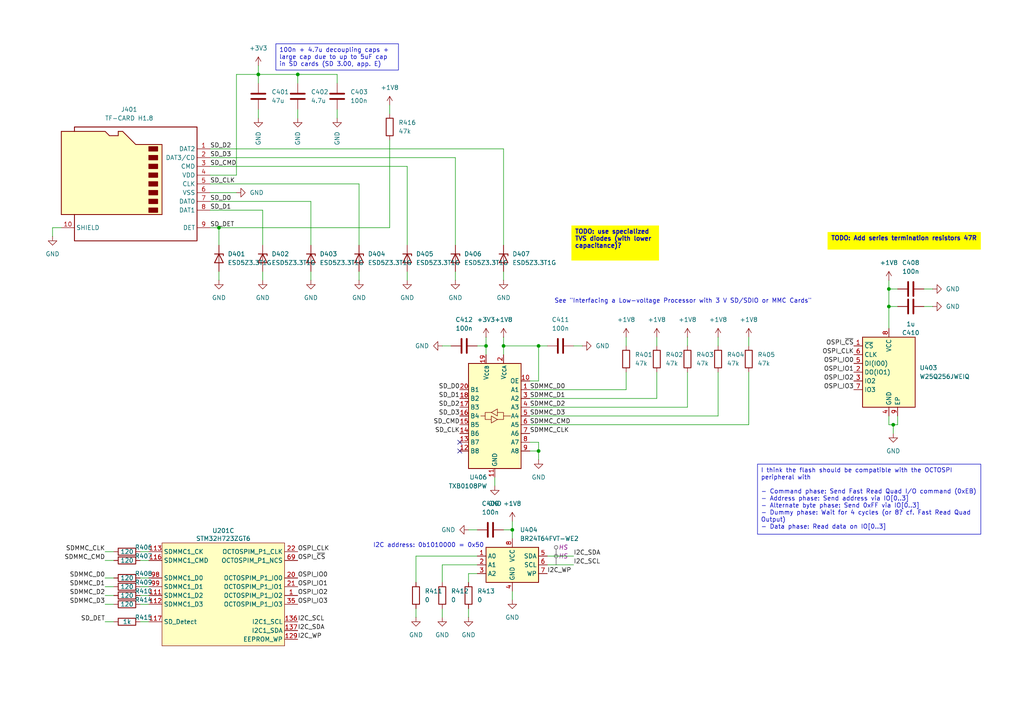
<source format=kicad_sch>
(kicad_sch (version 20231120) (generator "eeschema") (generator_version "8.0")
  (paper "A4")
  (lib_symbols
    (symbol "Connector:Micro_SD_Card_Det1"
      (property "Reference" "J" (at -16.51 17.78 0))
      (property "Value" "Micro_SD_Card_Det1" (at 16.51 17.78 0))
      (symbol "Micro_SD_Card_Det1_0_1"
        (rectangle (start -7.62 -6.985) (end -5.08 -8.255) (stroke (width 0.254)) (fill (type outline)))
        (rectangle (start -7.62 -4.445) (end -5.08 -5.715) (stroke (width 0.254)) (fill (type outline)))
        (rectangle (start -7.62 -1.905) (end -5.08 -3.175) (stroke (width 0.254)) (fill (type outline)))
        (rectangle (start -7.62 0.635) (end -5.08 -0.635) (stroke (width 0.254)) (fill (type outline)))
        (rectangle (start -7.62 3.175) (end -5.08 1.905) (stroke (width 0.254)) (fill (type outline)))
        (rectangle (start -7.62 5.715) (end -5.08 4.445) (stroke (width 0.254)) (fill (type outline)))
        (rectangle (start -7.62 8.255) (end -5.08 6.985) (stroke (width 0.254)) (fill (type outline)))
        (rectangle (start -7.62 10.795) (end -5.08 9.525) (stroke (width 0.254)) (fill (type outline)))
        (polyline (pts (xy 16.51 15.24) (xy 16.51 16.51) (xy -19.05 16.51) (xy -19.05 -16.51) (xy 16.51 -16.51) (xy 16.51 -8.89)) (stroke (width 0.254)))
        (polyline (pts (xy -8.89 -8.89) (xy -8.89 11.43) (xy -1.27 11.43) (xy 2.54 15.24) (xy 3.81 15.24) (xy 3.81 13.97) (xy 6.35 13.97) (xy 7.62 15.24) (xy 20.32 15.24) (xy 20.32 -8.89) (xy -8.89 -8.89)) (stroke (width 0.254)) (fill (type background)))
      )
      (symbol "Micro_SD_Card_Det1_1_1"
        (pin bidirectional line (at -22.86 10.16 0) (length 3.81) (name "DAT2") (number "1"))
        (pin passive line (at 20.32 -12.7 180) (length 3.81) (name "SHIELD") (number "10"))
        (pin bidirectional line (at -22.86 7.62 0) (length 3.81) (name "DAT3/CD") (number "2"))
        (pin input line (at -22.86 5.08 0) (length 3.81) (name "CMD") (number "3"))
        (pin power_in line (at -22.86 2.54 0) (length 3.81) (name "VDD") (number "4"))
        (pin input line (at -22.86 0 0) (length 3.81) (name "CLK") (number "5"))
        (pin power_in line (at -22.86 -2.54 0) (length 3.81) (name "VSS") (number "6"))
        (pin bidirectional line (at -22.86 -5.08 0) (length 3.81) (name "DAT0") (number "7"))
        (pin bidirectional line (at -22.86 -7.62 0) (length 3.81) (name "DAT1") (number "8"))
        (pin passive line (at -22.86 -12.7 0) (length 3.81) (name "DET") (number "9"))
      )
    )
    (symbol "Device:C" (pin_numbers hide) (pin_names (offset 0.254))
      (property "Reference" "C" (at 0.635 2.54 0))
      (property "Value" "C" (at 0.635 -2.54 0))
      (symbol "C_0_1"
        (polyline (pts (xy -2.032 -0.762) (xy 2.032 -0.762)) (stroke (width 0.508)))
        (polyline (pts (xy -2.032 0.762) (xy 2.032 0.762)) (stroke (width 0.508)))
      )
      (symbol "C_1_1"
        (pin passive line (at 0 3.81 270) (length 2.794) (name "~") (number "1"))
        (pin passive line (at 0 -3.81 90) (length 2.794) (name "~") (number "2"))
      )
    )
    (symbol "Device:R" (pin_numbers hide) (pin_names (offset 0))
      (property "Reference" "R" (at 2.032 0 90))
      (property "Value" "R" (at 0 0 90))
      (symbol "R_0_1"
        (rectangle (start -1.016 -2.54) (end 1.016 2.54) (stroke (width 0.254)))
      )
      (symbol "R_1_1"
        (pin passive line (at 0 3.81 270) (length 1.27) (name "~") (number "1"))
        (pin passive line (at 0 -3.81 90) (length 1.27) (name "~") (number "2"))
      )
    )
    (symbol "Diode:ESD5Zxx" (pin_numbers hide) (pin_names hide)
      (property "Reference" "D" (at 0 2.54 0))
      (property "Value" "ESD5Zxx" (at 0 -2.54 0))
      (symbol "ESD5Zxx_0_1"
        (polyline (pts (xy 1.27 0) (xy -1.27 0)))
        (polyline (pts (xy -1.27 -1.27) (xy -1.27 1.27) (xy -0.762 1.27)) (stroke (width 0.254)))
        (polyline (pts (xy 1.27 -1.27) (xy 1.27 1.27) (xy -1.27 0) (xy 1.27 -1.27)) (stroke (width 0.254)))
      )
      (symbol "ESD5Zxx_1_1"
        (pin passive line (at -3.81 0 0) (length 2.54) (name "K") (number "1"))
        (pin passive line (at 3.81 0 180) (length 2.54) (name "A") (number "2"))
      )
    )
    (symbol "FTCU:STM32H723ZG"
      (property "Reference" "U" (at 0 16.764 0))
      (symbol "STM32H723ZG_1_1"
        (rectangle (start -8.89 8.89) (end 7.62 -10.16) (fill (type background)))
        (pin passive line (at 1.27 12.7 270) (length 3.81) hide (name "VCAP") (number "106"))
        (pin passive line (at -1.27 -13.97 90) (length 3.81) hide (name "VSS") (number "107"))
        (pin passive line (at -6.35 12.7 270) (length 3.81) hide (name "VDD") (number "108"))
        (pin passive line (at -1.27 -13.97 90) (length 3.81) hide (name "VSS") (number "120"))
        (pin passive line (at -6.35 12.7 270) (length 3.81) hide (name "VDD") (number "121"))
        (pin passive line (at -1.27 -13.97 90) (length 3.81) hide (name "VSS") (number "130"))
        (pin passive line (at -6.35 12.7 270) (length 3.81) hide (name "VDD") (number "131"))
        (pin passive line (at -6.35 12.7 270) (length 3.81) hide (name "VDD") (number "144"))
        (pin power_in line (at -1.27 -13.97 90) (length 3.81) (name "VSS") (number "16"))
        (pin power_in line (at -6.35 12.7 270) (length 3.81) (name "VDD") (number "17"))
        (pin passive line (at -6.35 12.7 270) (length 3.81) hide (name "VDD") (number "30"))
        (pin power_in line (at 1.27 -13.97 90) (length 3.81) (name "VSSA") (number "31"))
        (pin power_out line (at 3.81 12.7 270) (length 3.81) (name "VREF+") (number "32"))
        (pin power_in line (at -3.81 12.7 270) (length 3.81) (name "VDDA") (number "33"))
        (pin passive line (at -1.27 -13.97 90) (length 3.81) hide (name "VSS") (number "38"))
        (pin passive line (at -6.35 12.7 270) (length 3.81) hide (name "VDD") (number "39"))
        (pin passive line (at -1.27 -13.97 90) (length 3.81) hide (name "VSS") (number "51"))
        (pin passive line (at -6.35 12.7 270) (length 3.81) hide (name "VDD") (number "52"))
        (pin power_in line (at 6.35 12.7 270) (length 3.81) (name "VBAT") (number "6"))
        (pin passive line (at -1.27 -13.97 90) (length 3.81) hide (name "VSS") (number "61"))
        (pin passive line (at -6.35 12.7 270) (length 3.81) hide (name "VDD") (number "62"))
        (pin power_out line (at 1.27 12.7 270) (length 3.81) (name "VCAP") (number "71"))
        (pin passive line (at -6.35 12.7 270) (length 3.81) hide (name "VDD") (number "72"))
        (pin passive line (at -1.27 -13.97 90) (length 3.81) hide (name "VSS") (number "83"))
        (pin passive line (at -6.35 12.7 270) (length 3.81) hide (name "VDD") (number "84"))
        (pin passive line (at -1.27 -13.97 90) (length 3.81) hide (name "VSS") (number "94"))
        (pin power_in line (at -1.27 12.7 270) (length 3.81) (name "VDD33USB") (number "95"))
      )
      (symbol "STM32H723ZG_2_1"
        (rectangle (start -15.24 30.48) (end 15.24 -31.75) (fill (type background)))
        (pin output line (at 19.05 16.51 180) (length 3.81) (name "FMC_A0") (number "10"))
        (pin output line (at 19.05 13.97 180) (length 3.81) (name "FMC_A1") (number "11"))
        (pin bidirectional line (at -19.05 2.54 0) (length 3.81) (name "FMC_D2") (number "114"))
        (pin bidirectional line (at -19.05 0 0) (length 3.81) (name "FMC_D3") (number "115"))
        (pin output line (at 19.05 11.43 180) (length 3.81) (name "FMC_A2") (number "12"))
        (pin output line (at 19.05 8.89 180) (length 3.81) (name "FMC_A3") (number "13"))
        (pin output line (at -19.05 12.7 0) (length 3.81) (name "FMC_SDNCAS") (number "132"))
        (pin output line (at 19.05 6.35 180) (length 3.81) (name "FMC_A4") (number "14"))
        (pin output line (at 19.05 -19.05 180) (length 3.81) (name "FMC_NBL0") (number "141"))
        (pin output line (at 19.05 -21.59 180) (length 3.81) (name "FMC_NBL1") (number "142"))
        (pin output line (at 19.05 3.81 180) (length 3.81) (name "FMC_A5") (number "15"))
        (pin bidirectional line (at -19.05 -22.86 0) (length 3.81) (name "FMC_D12") (number "26"))
        (pin output line (at -19.05 17.78 0) (length 3.81) (name "FMC_SDNWE") (number "43"))
        (pin output line (at -19.05 27.94 0) (length 3.81) (name "FMC_SDNE0") (number "44"))
        (pin output line (at -19.05 25.4 0) (length 3.81) (name "FMC_SDCKE0") (number "45"))
        (pin output line (at -19.05 15.24 0) (length 3.81) (name "FMC_SDNRAS") (number "49"))
        (pin output line (at 19.05 1.27 180) (length 3.81) (name "FMC_A6") (number "50"))
        (pin output line (at 19.05 -1.27 180) (length 3.81) (name "FMC_A7") (number "53"))
        (pin output line (at 19.05 -3.81 180) (length 3.81) (name "FMC_A8") (number "54"))
        (pin output line (at 19.05 -6.35 180) (length 3.81) (name "FMC_A9") (number "55"))
        (pin output line (at 19.05 -8.89 180) (length 3.81) (name "FMC_A10") (number "56"))
        (pin output line (at 19.05 -11.43 180) (length 3.81) (name "FMC_A11") (number "57"))
        (pin bidirectional line (at -19.05 -2.54 0) (length 3.81) (name "FMC_D4") (number "58"))
        (pin bidirectional line (at -19.05 -5.08 0) (length 3.81) (name "FMC_D5") (number "59"))
        (pin bidirectional line (at -19.05 -7.62 0) (length 3.81) (name "FMC_D6") (number "60"))
        (pin bidirectional line (at -19.05 -10.16 0) (length 3.81) (name "FMC_D7") (number "63"))
        (pin bidirectional line (at -19.05 -12.7 0) (length 3.81) (name "FMC_D8") (number "64"))
        (pin bidirectional line (at -19.05 -15.24 0) (length 3.81) (name "FMC_D9") (number "65"))
        (pin bidirectional line (at -19.05 -17.78 0) (length 3.81) (name "FMC_D10") (number "66"))
        (pin bidirectional line (at -19.05 -20.32 0) (length 3.81) (name "FMC_D11") (number "67"))
        (pin bidirectional line (at -19.05 -25.4 0) (length 3.81) (name "FMC_D13") (number "77"))
        (pin bidirectional line (at -19.05 -27.94 0) (length 3.81) (name "FMC_D14") (number "78"))
        (pin bidirectional line (at -19.05 -30.48 0) (length 3.81) (name "FMC_D15") (number "79"))
        (pin bidirectional line (at -19.05 7.62 0) (length 3.81) (name "FMC_D0") (number "85"))
        (pin bidirectional line (at -19.05 5.08 0) (length 3.81) (name "FMC_D1") (number "86"))
        (pin output line (at 19.05 -13.97 180) (length 3.81) (name "FMC_A12") (number "87"))
        (pin output line (at 19.05 24.13 180) (length 3.81) (name "FMC_BA0") (number "89"))
        (pin output line (at 19.05 21.59 180) (length 3.81) (name "FMC_BA1") (number "90"))
        (pin output line (at -19.05 22.86 0) (length 3.81) (name "FMC_SDCLK") (number "93"))
      )
      (symbol "STM32H723ZG_3_1"
        (rectangle (start -17.78 15.24) (end 17.78 -14.605) (fill (type background)))
        (pin bidirectional line (at 21.59 0 180) (length 3.81) (name "OCTOSPIM_P1_IO2") (number "1"))
        (pin bidirectional line (at -21.59 0 0) (length 3.81) (name "SDMMC1_D2") (number "111"))
        (pin bidirectional line (at -21.59 -2.54 0) (length 3.81) (name "SDMMC1_D3") (number "112"))
        (pin output line (at -21.59 12.7 0) (length 3.81) (name "SDMMC1_CK") (number "113"))
        (pin output line (at -21.59 10.16 0) (length 3.81) (name "SDMMC1_CMD") (number "116"))
        (pin input line (at -21.59 -7.62 0) (length 3.81) (name "SD_Detect") (number "117"))
        (pin output line (at 21.59 -12.7 180) (length 3.81) (name "EEPROM_WP") (number "129"))
        (pin output line (at 21.59 -7.62 180) (length 3.81) (name "I2C1_SCL") (number "136"))
        (pin tri_state line (at 21.59 -10.16 180) (length 3.81) (name "I2C1_SDA") (number "137"))
        (pin bidirectional line (at 21.59 5.08 180) (length 3.81) (name "OCTOSPIM_P1_IO0") (number "20"))
        (pin bidirectional line (at 21.59 2.54 180) (length 3.81) (name "OCTOSPIM_P1_IO1") (number "21"))
        (pin output line (at 21.59 12.7 180) (length 3.81) (name "OCTOSPIM_P1_CLK") (number "22"))
        (pin bidirectional line (at 21.59 -2.54 180) (length 3.81) (name "OCTOSPIM_P1_IO3") (number "35"))
        (pin output line (at 21.59 10.16 180) (length 3.81) (name "OCTOSPIM_P1_NCS") (number "69"))
        (pin bidirectional line (at -21.59 5.08 0) (length 3.81) (name "SDMMC1_D0") (number "98"))
        (pin bidirectional line (at -21.59 2.54 0) (length 3.81) (name "SDMMC1_D1") (number "99"))
      )
      (symbol "STM32H723ZG_4_1"
        (rectangle (start -13.97 12.7) (end 12.7 -12.7) (fill (type background)))
        (pin bidirectional line (at 16.51 7.62 180) (length 3.81) (name "DEBUG_JTMS-SWDIO") (number "105"))
        (pin input line (at 16.51 10.16 180) (length 3.81) (name "DEBUG_JTCK-SWCLK") (number "109"))
        (pin output line (at 16.51 5.08 180) (length 3.81) (name "DEBUG_JTDO-SWO") (number "133"))
        (pin input line (at 16.51 -2.54 180) (length 3.81) (name "BOOT0") (number "138"))
        (pin input line (at 16.51 -7.62 180) (length 3.81) (name "PDR_ON") (number "143"))
        (pin input line (at -17.78 -7.62 0) (length 3.81) (name "RCC_OSC_IN") (number "23"))
        (pin output line (at -17.78 -10.16 0) (length 3.81) (name "RCC_OSC_OUT") (number "24"))
        (pin bidirectional line (at 16.51 0 180) (length 3.81) (name "NRST") (number "25"))
        (pin input line (at -17.78 0 0) (length 3.81) (name "RCC_OSC32_IN") (number "8"))
        (pin output line (at -17.78 -2.54 0) (length 3.81) (name "RCC_OSC32_OUT") (number "9"))
      )
      (symbol "STM32H723ZG_5_1"
        (rectangle (start -15.24 8.89) (end 16.51 -8.89) (fill (type background)))
        (pin input line (at -19.05 -2.54 0) (length 3.81) (name "USB_OTG_HS_VBUS") (number "101"))
        (pin output line (at -19.05 -5.08 0) (length 3.81) (name "USB_EnablePullup") (number "102"))
        (pin bidirectional line (at -19.05 5.08 0) (length 3.81) (name "USB_OTG_HS_DM") (number "103"))
        (pin bidirectional line (at -19.05 2.54 0) (length 3.81) (name "USB_OTG_HS_DP") (number "104"))
        (pin input line (at 20.32 6.35 180) (length 3.81) (name "FDCAN1_RX") (number "139"))
        (pin output line (at 20.32 3.81 180) (length 3.81) (name "FDCAN1_TX") (number "140"))
        (pin input line (at 20.32 -3.81 180) (length 3.81) (name "FDCAN3_RX") (number "18"))
        (pin output line (at 20.32 -6.35 180) (length 3.81) (name "FDCAN3_TX") (number "19"))
        (pin input line (at 20.32 1.27 180) (length 3.81) (name "FDCAN2_RX") (number "73"))
        (pin output line (at 20.32 -1.27 180) (length 3.81) (name "FDCAN2_TX") (number "74"))
      )
      (symbol "STM32H723ZG_6_1"
        (rectangle (start -39.37 85.09) (end -22.86 21.59) (fill (type background)))
        (pin output line (at -43.18 53.34 0) (length 3.81) (name "MCO1") (number "100"))
        (pin no_connect line (at -43.18 50.8 0) (length 3.81) (name "PA15") (number "110"))
        (pin no_connect line (at -43.18 48.26 0) (length 3.81) (name "PD4") (number "118"))
        (pin no_connect line (at -43.18 45.72 0) (length 3.81) (name "PD5") (number "119"))
        (pin no_connect line (at -43.18 43.18 0) (length 3.81) (name "PD6") (number "122"))
        (pin no_connect line (at -43.18 40.64 0) (length 3.81) (name "PD7") (number "123"))
        (pin output line (at -19.05 34.29 180) (length 3.81) (name "STATUS1") (number "124"))
        (pin output line (at -19.05 31.75 180) (length 3.81) (name "STATUS2") (number "125"))
        (pin output line (at -19.05 29.21 180) (length 3.81) (name "STATUS3") (number "126"))
        (pin output line (at -19.05 26.67 180) (length 3.81) (name "STATUS4") (number "127"))
        (pin no_connect line (at -43.18 38.1 0) (length 3.81) (name "PG13") (number "128"))
        (pin no_connect line (at -43.18 35.56 0) (length 3.81) (name "PB4") (number "134"))
        (pin output line (at -19.05 24.13 180) (length 3.81) (name "BOOT0_CHARGE") (number "135"))
        (pin no_connect line (at -19.05 82.55 180) (length 3.81) (name "PE3") (number "2"))
        (pin no_connect line (at -19.05 69.85 180) (length 3.81) (name "PC1") (number "27"))
        (pin no_connect line (at -19.05 67.31 180) (length 3.81) (name "PC2_C") (number "28"))
        (pin no_connect line (at -19.05 64.77 180) (length 3.81) (name "PC3_C") (number "29"))
        (pin no_connect line (at -19.05 80.01 180) (length 3.81) (name "PE4") (number "3"))
        (pin no_connect line (at -19.05 62.23 180) (length 3.81) (name "PA0") (number "34"))
        (pin no_connect line (at -19.05 59.69 180) (length 3.81) (name "PA2") (number "36"))
        (pin no_connect line (at -19.05 57.15 180) (length 3.81) (name "PA3") (number "37"))
        (pin no_connect line (at -19.05 77.47 180) (length 3.81) (name "PE5") (number "4"))
        (pin no_connect line (at -19.05 54.61 180) (length 3.81) (name "PA4") (number "40"))
        (pin no_connect line (at -19.05 52.07 180) (length 3.81) (name "PA5") (number "41"))
        (pin no_connect line (at -19.05 49.53 180) (length 3.81) (name "PA6") (number "42"))
        (pin no_connect line (at -19.05 46.99 180) (length 3.81) (name "PB0") (number "46"))
        (pin no_connect line (at -19.05 44.45 180) (length 3.81) (name "PB1") (number "47"))
        (pin no_connect line (at -19.05 41.91 180) (length 3.81) (name "PB2") (number "48"))
        (pin no_connect line (at -19.05 74.93 180) (length 3.81) (name "PE6") (number "5"))
        (pin no_connect line (at -19.05 39.37 180) (length 3.81) (name "PE15") (number "68"))
        (pin no_connect line (at -19.05 72.39 180) (length 3.81) (name "PC13") (number "7"))
        (pin no_connect line (at -19.05 36.83 180) (length 3.81) (name "PB11") (number "70"))
        (pin no_connect line (at -43.18 78.74 0) (length 3.81) (name "PB14") (number "75"))
        (pin no_connect line (at -43.18 76.2 0) (length 3.81) (name "PB15") (number "76"))
        (pin no_connect line (at -43.18 73.66 0) (length 3.81) (name "PD11") (number "80"))
        (pin no_connect line (at -43.18 71.12 0) (length 3.81) (name "PD12") (number "81"))
        (pin no_connect line (at -43.18 68.58 0) (length 3.81) (name "PD13") (number "82"))
        (pin no_connect line (at -43.18 66.04 0) (length 3.81) (name "PG3") (number "88"))
        (pin no_connect line (at -43.18 63.5 0) (length 3.81) (name "PG6") (number "91"))
        (pin no_connect line (at -43.18 60.96 0) (length 3.81) (name "PG7") (number "92"))
        (pin no_connect line (at -43.18 58.42 0) (length 3.81) (name "PC6") (number "96"))
        (pin no_connect line (at -43.18 55.88 0) (length 3.81) (name "PC7") (number "97"))
      )
    )
    (symbol "Logic_LevelTranslator:TXB0108PW"
      (property "Reference" "U" (at -6.35 16.51 0))
      (property "Value" "TXB0108PW" (at 3.81 16.51 0))
      (symbol "TXB0108PW_0_1"
        (rectangle (start -7.62 15.24) (end 7.62 -15.24) (stroke (width 0.254)) (fill (type background)))
        (polyline (pts (xy -2.54 0) (xy -2.54 1.016) (xy -0.762 1.016)))
        (polyline (pts (xy 2.794 0) (xy 2.794 -1.016) (xy 1.016 -1.016)))
        (polyline (pts (xy -0.762 -1.016) (xy -2.54 -1.016) (xy -2.54 0) (xy -4.572 0)))
        (polyline (pts (xy -0.762 -1.016) (xy 1.016 0) (xy 1.016 -2.032) (xy -0.762 -1.016)))
        (polyline (pts (xy 1.016 1.016) (xy -0.762 0) (xy -0.762 2.032) (xy 1.016 1.016)))
        (polyline (pts (xy 1.016 1.016) (xy 2.794 1.016) (xy 2.794 0) (xy 4.064 0)))
      )
      (symbol "TXB0108PW_1_1"
        (pin bidirectional line (at -10.16 7.62 0) (length 2.54) (name "A1") (number "1"))
        (pin input line (at -10.16 10.16 0) (length 2.54) (name "OE") (number "10"))
        (pin power_in line (at 0 -17.78 90) (length 2.54) (name "GND") (number "11"))
        (pin bidirectional line (at 10.16 -10.16 180) (length 2.54) (name "B8") (number "12"))
        (pin bidirectional line (at 10.16 -7.62 180) (length 2.54) (name "B7") (number "13"))
        (pin bidirectional line (at 10.16 -5.08 180) (length 2.54) (name "B6") (number "14"))
        (pin bidirectional line (at 10.16 -2.54 180) (length 2.54) (name "B5") (number "15"))
        (pin bidirectional line (at 10.16 0 180) (length 2.54) (name "B4") (number "16"))
        (pin bidirectional line (at 10.16 2.54 180) (length 2.54) (name "B3") (number "17"))
        (pin bidirectional line (at 10.16 5.08 180) (length 2.54) (name "B2") (number "18"))
        (pin power_in line (at 2.54 17.78 270) (length 2.54) (name "V_{CCB}") (number "19"))
        (pin power_in line (at -2.54 17.78 270) (length 2.54) (name "V_{CCA}") (number "2"))
        (pin bidirectional line (at 10.16 7.62 180) (length 2.54) (name "B1") (number "20"))
        (pin bidirectional line (at -10.16 5.08 0) (length 2.54) (name "A2") (number "3"))
        (pin bidirectional line (at -10.16 2.54 0) (length 2.54) (name "A3") (number "4"))
        (pin bidirectional line (at -10.16 0 0) (length 2.54) (name "A4") (number "5"))
        (pin bidirectional line (at -10.16 -2.54 0) (length 2.54) (name "A5") (number "6"))
        (pin bidirectional line (at -10.16 -5.08 0) (length 2.54) (name "A6") (number "7"))
        (pin bidirectional line (at -10.16 -7.62 0) (length 2.54) (name "A7") (number "8"))
        (pin bidirectional line (at -10.16 -10.16 0) (length 2.54) (name "A8") (number "9"))
      )
    )
    (symbol "Memory_EEPROM:24LC00"
      (property "Reference" "U" (at -6.35 6.35 0))
      (property "Value" "24LC00" (at 1.27 6.35 0))
      (symbol "24LC00_1_1"
        (rectangle (start -7.62 5.08) (end 7.62 -5.08) (stroke (width 0.254)) (fill (type background)))
        (pin input line (at -10.16 2.54 0) (length 2.54) (name "A0") (number "1"))
        (pin input line (at -10.16 0 0) (length 2.54) (name "A1") (number "2"))
        (pin input line (at -10.16 -2.54 0) (length 2.54) (name "A2") (number "3"))
        (pin power_in line (at 0 -7.62 90) (length 2.54) (name "GND") (number "4"))
        (pin bidirectional line (at 10.16 2.54 180) (length 2.54) (name "SDA") (number "5"))
        (pin input line (at 10.16 0 180) (length 2.54) (name "SCL") (number "6"))
        (pin input line (at 10.16 -2.54 180) (length 2.54) (name "WP") (number "7"))
        (pin power_in line (at 0 7.62 270) (length 2.54) (name "VCC") (number "8"))
      )
    )
    (symbol "Memory_Flash:W25Q32JVZP"
      (property "Reference" "U" (at -6.35 11.43 0))
      (property "Value" "W25Q32JVZP" (at 7.62 11.43 0))
      (symbol "W25Q32JVZP_0_1"
        (rectangle (start -7.62 10.16) (end 7.62 -10.16) (stroke (width 0.254)) (fill (type background)))
      )
      (symbol "W25Q32JVZP_1_1"
        (pin input line (at -10.16 7.62 0) (length 2.54) (name "~{CS}") (number "1"))
        (pin bidirectional line (at -10.16 0 0) (length 2.54) (name "DO(IO1)") (number "2"))
        (pin bidirectional line (at -10.16 -2.54 0) (length 2.54) (name "IO2") (number "3"))
        (pin power_in line (at 0 -12.7 90) (length 2.54) (name "GND") (number "4"))
        (pin bidirectional line (at -10.16 2.54 0) (length 2.54) (name "DI(IO0)") (number "5"))
        (pin input line (at -10.16 5.08 0) (length 2.54) (name "CLK") (number "6"))
        (pin bidirectional line (at -10.16 -5.08 0) (length 2.54) (name "IO3") (number "7"))
        (pin power_in line (at 0 12.7 270) (length 2.54) (name "VCC") (number "8"))
        (pin passive line (at 2.54 -12.7 90) (length 2.54) (name "EP") (number "9"))
      )
    )
    (symbol "power:+1V8" (power) (pin_numbers hide) (pin_names (offset 0) hide)
      (property "Value" "+1V8" (at 0 3.556 0))
      (symbol "+1V8_0_1"
        (polyline (pts (xy -0.762 1.27) (xy 0 2.54)))
        (polyline (pts (xy 0 0) (xy 0 2.54)))
        (polyline (pts (xy 0 2.54) (xy 0.762 1.27)))
      )
      (symbol "+1V8_1_1"
        (pin power_in line (at 0 0 90) (length 0) (name "~") (number "1"))
      )
    )
    (symbol "power:+3V3" (power) (pin_numbers hide) (pin_names (offset 0) hide)
      (property "Value" "+3V3" (at 0 3.556 0))
      (symbol "+3V3_0_1"
        (polyline (pts (xy -0.762 1.27) (xy 0 2.54)))
        (polyline (pts (xy 0 0) (xy 0 2.54)))
        (polyline (pts (xy 0 2.54) (xy 0.762 1.27)))
      )
      (symbol "+3V3_1_1"
        (pin power_in line (at 0 0 90) (length 0) (name "~") (number "1"))
      )
    )
    (symbol "power:GND" (power) (pin_numbers hide) (pin_names (offset 0) hide)
      (property "Value" "GND" (at 0 -3.81 0))
      (symbol "GND_0_1"
        (polyline (pts (xy 0 0) (xy 0 -1.27) (xy 1.27 -1.27) (xy 0 -2.54) (xy -1.27 -1.27) (xy 0 -1.27)))
      )
      (symbol "GND_1_1"
        (pin power_in line (at 0 0 270) (length 0) (name "~") (number "1"))
      )
    )
  )
  (junction (at 86.36 21.59))
  (junction (at 156.21 100.33))
  (junction (at 148.59 153.67))
  (junction (at 257.81 83.82))
  (junction (at 156.21 130.81))
  (junction (at 257.81 88.9))
  (junction (at 63.5 66.04))
  (junction (at 74.93 21.59))
  (junction (at 140.97 100.33))
  (junction (at 146.05 100.33))
  (junction (at 259.08 123.19))
  (no_connect (at 133.35 130.81))
  (no_connect (at 133.35 128.27))
  (wire (pts (xy 118.11 78.74) (xy 118.11 81.28)))
  (wire (pts (xy 40.64 172.72) (xy 43.18 172.72)))
  (wire (pts (xy 156.21 110.49) (xy 156.21 100.33)))
  (wire (pts (xy 153.67 115.57) (xy 190.5 115.57)))
  (wire (pts (xy 113.03 66.04) (xy 113.03 40.64)))
  (wire (pts (xy 30.48 170.18) (xy 33.02 170.18)))
  (wire (pts (xy 118.11 48.26) (xy 118.11 71.12)))
  (wire (pts (xy 140.97 100.33) (xy 138.43 100.33)))
  (wire (pts (xy 104.14 53.34) (xy 104.14 71.12)))
  (wire (pts (xy 97.79 31.75) (xy 97.79 34.29)))
  (wire (pts (xy 190.5 97.79) (xy 190.5 100.33)))
  (wire (pts (xy 60.96 53.34) (xy 104.14 53.34)))
  (wire (pts (xy 40.64 160.02) (xy 43.18 160.02)))
  (wire (pts (xy 30.48 160.02) (xy 33.02 160.02)))
  (wire (pts (xy 60.96 43.18) (xy 146.05 43.18)))
  (wire (pts (xy 181.61 97.79) (xy 181.61 100.33)))
  (wire (pts (xy 17.78 66.04) (xy 15.24 66.04)))
  (wire (pts (xy 257.81 123.19) (xy 259.08 123.19)))
  (wire (pts (xy 257.81 120.65) (xy 257.81 123.19)))
  (wire (pts (xy 257.81 83.82) (xy 260.35 83.82)))
  (wire (pts (xy 60.96 58.42) (xy 90.17 58.42)))
  (wire (pts (xy 60.96 45.72) (xy 132.08 45.72)))
  (wire (pts (xy 138.43 161.29) (xy 120.65 161.29)))
  (wire (pts (xy 260.35 123.19) (xy 260.35 120.65)))
  (wire (pts (xy 199.39 97.79) (xy 199.39 100.33)))
  (wire (pts (xy 30.48 167.64) (xy 33.02 167.64)))
  (wire (pts (xy 132.08 78.74) (xy 132.08 81.28)))
  (wire (pts (xy 60.96 55.88) (xy 68.58 55.88)))
  (wire (pts (xy 156.21 128.27) (xy 156.21 130.81)))
  (wire (pts (xy 146.05 43.18) (xy 146.05 71.12)))
  (wire (pts (xy 140.97 100.33) (xy 140.97 102.87)))
  (wire (pts (xy 259.08 123.19) (xy 259.08 125.73)))
  (wire (pts (xy 138.43 166.37) (xy 135.89 166.37)))
  (wire (pts (xy 63.5 78.74) (xy 63.5 81.28)))
  (wire (pts (xy 60.96 60.96) (xy 76.2 60.96)))
  (wire (pts (xy 128.27 100.33) (xy 130.81 100.33)))
  (wire (pts (xy 153.67 118.11) (xy 199.39 118.11)))
  (wire (pts (xy 140.97 97.79) (xy 140.97 100.33)))
  (wire (pts (xy 217.17 97.79) (xy 217.17 100.33)))
  (wire (pts (xy 74.93 21.59) (xy 86.36 21.59)))
  (wire (pts (xy 166.37 161.29) (xy 158.75 161.29)))
  (wire (pts (xy 153.67 120.65) (xy 208.28 120.65)))
  (wire (pts (xy 199.39 118.11) (xy 199.39 107.95)))
  (wire (pts (xy 68.58 21.59) (xy 74.93 21.59)))
  (wire (pts (xy 208.28 120.65) (xy 208.28 107.95)))
  (wire (pts (xy 40.64 170.18) (xy 43.18 170.18)))
  (wire (pts (xy 138.43 153.67) (xy 135.89 153.67)))
  (wire (pts (xy 113.03 30.48) (xy 113.03 33.02)))
  (wire (pts (xy 267.97 83.82) (xy 270.51 83.82)))
  (wire (pts (xy 153.67 110.49) (xy 156.21 110.49)))
  (wire (pts (xy 257.81 88.9) (xy 257.81 95.25)))
  (wire (pts (xy 146.05 100.33) (xy 156.21 100.33)))
  (wire (pts (xy 148.59 153.67) (xy 146.05 153.67)))
  (wire (pts (xy 30.48 180.34) (xy 33.02 180.34)))
  (wire (pts (xy 120.65 176.53) (xy 120.65 179.07)))
  (wire (pts (xy 257.81 88.9) (xy 260.35 88.9)))
  (wire (pts (xy 63.5 66.04) (xy 60.96 66.04)))
  (wire (pts (xy 148.59 151.13) (xy 148.59 153.67)))
  (wire (pts (xy 63.5 66.04) (xy 63.5 71.12)))
  (wire (pts (xy 86.36 21.59) (xy 86.36 24.13)))
  (wire (pts (xy 153.67 128.27) (xy 156.21 128.27)))
  (wire (pts (xy 135.89 176.53) (xy 135.89 179.07)))
  (wire (pts (xy 30.48 175.26) (xy 33.02 175.26)))
  (wire (pts (xy 156.21 130.81) (xy 153.67 130.81)))
  (wire (pts (xy 208.28 97.79) (xy 208.28 100.33)))
  (wire (pts (xy 217.17 123.19) (xy 217.17 107.95)))
  (wire (pts (xy 30.48 162.56) (xy 33.02 162.56)))
  (wire (pts (xy 97.79 21.59) (xy 97.79 24.13)))
  (wire (pts (xy 15.24 66.04) (xy 15.24 68.58)))
  (wire (pts (xy 156.21 100.33) (xy 158.75 100.33)))
  (wire (pts (xy 104.14 78.74) (xy 104.14 81.28)))
  (wire (pts (xy 257.81 83.82) (xy 257.81 88.9)))
  (wire (pts (xy 60.96 48.26) (xy 118.11 48.26)))
  (wire (pts (xy 76.2 78.74) (xy 76.2 81.28)))
  (wire (pts (xy 40.64 167.64) (xy 43.18 167.64)))
  (wire (pts (xy 267.97 88.9) (xy 270.51 88.9)))
  (wire (pts (xy 40.64 175.26) (xy 43.18 175.26)))
  (wire (pts (xy 135.89 166.37) (xy 135.89 168.91)))
  (wire (pts (xy 148.59 171.45) (xy 148.59 173.99)))
  (wire (pts (xy 138.43 163.83) (xy 128.27 163.83)))
  (wire (pts (xy 68.58 21.59) (xy 68.58 50.8)))
  (wire (pts (xy 168.91 100.33) (xy 166.37 100.33)))
  (wire (pts (xy 40.64 180.34) (xy 43.18 180.34)))
  (wire (pts (xy 90.17 78.74) (xy 90.17 81.28)))
  (wire (pts (xy 143.51 138.43) (xy 143.51 140.97)))
  (wire (pts (xy 153.67 113.03) (xy 181.61 113.03)))
  (wire (pts (xy 181.61 113.03) (xy 181.61 107.95)))
  (wire (pts (xy 76.2 60.96) (xy 76.2 71.12)))
  (wire (pts (xy 146.05 97.79) (xy 146.05 100.33)))
  (wire (pts (xy 146.05 100.33) (xy 146.05 102.87)))
  (wire (pts (xy 257.81 81.28) (xy 257.81 83.82)))
  (wire (pts (xy 166.37 163.83) (xy 158.75 163.83)))
  (wire (pts (xy 63.5 66.04) (xy 113.03 66.04)))
  (wire (pts (xy 74.93 21.59) (xy 74.93 19.05)))
  (wire (pts (xy 128.27 176.53) (xy 128.27 179.07)))
  (wire (pts (xy 90.17 58.42) (xy 90.17 71.12)))
  (wire (pts (xy 132.08 45.72) (xy 132.08 71.12)))
  (wire (pts (xy 86.36 21.59) (xy 97.79 21.59)))
  (wire (pts (xy 86.36 31.75) (xy 86.36 34.29)))
  (wire (pts (xy 153.67 123.19) (xy 217.17 123.19)))
  (wire (pts (xy 146.05 78.74) (xy 146.05 81.28)))
  (wire (pts (xy 120.65 161.29) (xy 120.65 168.91)))
  (wire (pts (xy 148.59 153.67) (xy 148.59 156.21)))
  (wire (pts (xy 74.93 21.59) (xy 74.93 24.13)))
  (wire (pts (xy 30.48 172.72) (xy 33.02 172.72)))
  (wire (pts (xy 60.96 50.8) (xy 68.58 50.8)))
  (wire (pts (xy 156.21 130.81) (xy 156.21 133.35)))
  (wire (pts (xy 259.08 123.19) (xy 260.35 123.19)))
  (wire (pts (xy 128.27 163.83) (xy 128.27 168.91)))
  (wire (pts (xy 190.5 115.57) (xy 190.5 107.95)))
  (wire (pts (xy 40.64 162.56) (xy 43.18 162.56)))
  (wire (pts (xy 74.93 31.75) (xy 74.93 34.29)))
  (text_box "I think the flash should be compatible with the OCTOSPI peripheral with\n\n- Command phase: Send Fast Read Quad I/O command (0xEB)\n- Address phase: Send address via IO[0..3]\n- Alternate byte phase: Send 0xFF via IO[0..3]\n- Dummy phase: Wait for 4 cycles (or 8? cf. Fast Read Quad Output)\n- Data phase: Read data on IO[0..3]" (at 219.71 134.62 0) (size 64.77 20.32) (effects (font (size 1.27 1.27)) (justify left top)))
  (text_box "100n + 4.7u decoupling caps + large cap due to up to 5uF cap in SD cards (SD 3.00, app. E)" (at 80.01 12.7 0) (size 35.56 7.62) (effects (font (size 1.27 1.27)) (justify left top)))
  (text_box "TODO: Add series termination resistors 47R" (at 240.03 67.31 0) (size 44.45 5.08) (stroke (width -0.0001)) (fill (type color) (color 255 255 0 1)) (effects (font (size 1.27 1.27) (thickness 0.254) (bold yes)) (justify left top)))
  (text_box "TODO: use specialized TVS diodes (with lower capacitance)?" (at 165.735 65.405 0) (size 25.4 10.16) (stroke (width -0.0001)) (fill (type color) (color 255 255 0 1)) (effects (font (size 1.27 1.27) (thickness 0.254) (bold yes)) (justify left top)))
  (text "See \"Interfacing a Low-voltage Processor with 3 V SD/SDIO or MMC Cards\"" (at 198.12 87.376 0) (effects (font (size 1.27 1.27))))
  (text "I2C address: 0b1010000 = 0x50" (at 108.204 158.242 0) (effects (font (size 1.27 1.27)) (justify left)))
  (label "OSPI_IO1" (at 247.65 107.95 180))
  (label "I2C_WP" (at 158.75 166.37 0))
  (label "SD_D1" (at 133.35 115.57 180))
  (label "OSPI_~{CS}" (at 86.36 162.56 0))
  (label "OSPI_IO0" (at 247.65 105.41 180))
  (label "OSPI_IO1" (at 86.36 170.18 0))
  (label "SDMMC_D2" (at 153.67 118.11 0))
  (label "SDMMC_CMD" (at 153.67 123.19 0))
  (label "SD_CLK" (at 60.96 53.34 0))
  (label "SD_CMD" (at 60.96 48.26 0))
  (label "I2C_SCL" (at 166.37 163.83 0))
  (label "SDMMC_CLK" (at 153.67 125.73 0))
  (label "OSPI_CLK" (at 86.36 160.02 0))
  (label "SDMMC_CLK" (at 30.48 160.02 180))
  (label "I2C_SCL" (at 86.36 180.34 0))
  (label "SDMMC_D0" (at 153.67 113.03 0))
  (label "SD_CMD" (at 133.35 123.19 180))
  (label "OSPI_IO0" (at 86.36 167.64 0))
  (label "OSPI_IO2" (at 247.65 110.49 180))
  (label "SD_D3" (at 60.96 45.72 0))
  (label "SD_D3" (at 133.35 120.65 180))
  (label "SD_D2" (at 133.35 118.11 180))
  (label "OSPI_~{CS}" (at 247.65 100.33 180))
  (label "SDMMC_D3" (at 30.48 175.26 180))
  (label "I2C_SDA" (at 166.37 161.29 0))
  (label "SD_D1" (at 60.96 60.96 0))
  (label "OSPI_IO2" (at 86.36 172.72 0))
  (label "SDMMC_D0" (at 30.48 167.64 180))
  (label "OSPI_CLK" (at 247.65 102.87 180))
  (label "SDMMC_D1" (at 153.67 115.57 0))
  (label "I2C_WP" (at 86.36 185.42 0))
  (label "OSPI_IO3" (at 86.36 175.26 0))
  (label "SDMMC_CMD" (at 30.48 162.56 180))
  (label "I2C_SDA" (at 86.36 182.88 0))
  (label "SD_DET" (at 60.96 66.04 0))
  (label "SD_D2" (at 60.96 43.18 0))
  (label "SD_DET" (at 30.48 180.34 180))
  (label "SDMMC_D3" (at 153.67 120.65 0))
  (label "SD_D0" (at 60.96 58.42 0))
  (label "OSPI_IO3" (at 247.65 113.03 180))
  (label "SDMMC_D2" (at 30.48 172.72 180))
  (label "SD_D0" (at 133.35 113.03 180))
  (label "SDMMC_D1" (at 30.48 170.18 180))
  (label "SD_CLK" (at 133.35 125.73 180))
  (netclass_flag "" (length 2.54) (shape round) (at 161.29 163.83 0) (property "Netclass" "HS" (at 161.9885 161.29 0) (effects (font (italic yes)) (justify left))))
  (netclass_flag "" (length 2.54) (shape round) (at 161.29 161.29 0) (property "Netclass" "HS" (at 161.9885 158.75 0) (effects (font (italic yes)) (justify left))))
  (symbol (lib_id "power:+3V3") (at 140.97 97.79 0) (unit 1)
    (property "Reference" "#PWR0446" (effects (hide yes)))
    (property "Value" "+3V3" (at 140.97 92.71 0))
    (property "Description" "Power symbol creates a global label with name \"+3V3\"" (effects (hide yes)))
  )
  (symbol (lib_id "Device:C") (at 134.62 100.33 270) (mirror x) (unit 1)
    (property "Reference" "C412" (at 134.62 92.71 90))
    (property "Value" "100n" (at 134.62 95.25 90))
    (property "Footprint" "Capacitor_SMD:C_0603_1608Metric" (effects (hide yes)))
    (property "Description" "Unpolarized capacitor" (effects (hide yes)))
  )
  (symbol (lib_id "Diode:ESD5Zxx") (at 104.14 74.93 270) (unit 1)
    (property "Reference" "D404" (at 106.68 73.6599 90) (effects (justify left)))
    (property "Value" "ESD5Z3.3T1G" (at 106.68 76.1999 90) (effects (justify left)))
    (property "Footprint" "Diode_SMD:D_SOD-523" (effects (hide yes)))
    (property "Datasheet" "https://www.onsemi.com/pdf/datasheet/esd5z2.5t1-d.pdf" (effects (hide yes)))
    (property "Description" "ESD Protection Diode, SOD-523" (effects (hide yes)))
  )
  (symbol (lib_id "Device:C") (at 264.16 83.82 90) (unit 1)
    (property "Reference" "C408" (at 264.16 76.2 90))
    (property "Value" "100n" (at 264.16 78.74 90))
    (property "Footprint" "Capacitor_SMD:C_0603_1608Metric" (effects (hide yes)))
    (property "Description" "Unpolarized capacitor" (effects (hide yes)))
  )
  (symbol (lib_id "Diode:ESD5Zxx") (at 146.05 74.93 270) (unit 1)
    (property "Reference" "D407" (at 148.59 73.6599 90) (effects (justify left)))
    (property "Value" "ESD5Z3.3T1G" (at 148.59 76.1999 90) (effects (justify left)))
    (property "Footprint" "Diode_SMD:D_SOD-523" (effects (hide yes)))
    (property "Datasheet" "https://www.onsemi.com/pdf/datasheet/esd5z2.5t1-d.pdf" (effects (hide yes)))
    (property "Description" "ESD Protection Diode, SOD-523" (effects (hide yes)))
  )
  (symbol (lib_id "Device:C") (at 86.36 27.94 180) (unit 1)
    (property "Reference" "C402" (at 90.17 26.6699 0) (effects (justify right)))
    (property "Value" "4.7u" (at 90.17 29.2099 0) (effects (justify right)))
    (property "Footprint" "Capacitor_SMD:C_1206_3216Metric" (effects (hide yes)))
    (property "Description" "Unpolarized capacitor" (effects (hide yes)))
  )
  (symbol (lib_id "power:+1V8") (at 208.28 97.79 0) (unit 1)
    (property "Reference" "#PWR0405" (effects (hide yes)))
    (property "Value" "+1V8" (at 208.28 92.71 0))
    (property "Description" "Power symbol creates a global label with name \"+1V8\"" (effects (hide yes)))
  )
  (symbol (lib_id "Diode:ESD5Zxx") (at 90.17 74.93 270) (unit 1)
    (property "Reference" "D403" (at 92.71 73.6599 90) (effects (justify left)))
    (property "Value" "ESD5Z3.3T1G" (at 92.71 76.1999 90) (effects (justify left)))
    (property "Footprint" "Diode_SMD:D_SOD-523" (effects (hide yes)))
    (property "Datasheet" "https://www.onsemi.com/pdf/datasheet/esd5z2.5t1-d.pdf" (effects (hide yes)))
    (property "Description" "ESD Protection Diode, SOD-523" (effects (hide yes)))
  )
  (symbol (lib_id "power:GND") (at 118.11 81.28 0) (unit 1)
    (property "Reference" "#PWR0420" (effects (hide yes)))
    (property "Value" "GND" (at 118.11 86.36 0))
    (property "Description" "Power symbol creates a global label with name \"GND\" , ground" (effects (hide yes)))
  )
  (symbol (lib_id "Device:R") (at 120.65 172.72 0) (unit 1)
    (property "Reference" "R411" (at 123.19 171.4499 0) (effects (justify left)))
    (property "Value" "0" (at 123.19 173.9899 0) (effects (justify left)))
    (property "Footprint" "Resistor_SMD:R_0603_1608Metric" (effects (hide yes)))
    (property "Description" "Resistor" (effects (hide yes)))
  )
  (symbol (lib_id "power:GND") (at 97.79 34.29 0) (unit 1)
    (property "Reference" "#PWR0409" (effects (hide yes)))
    (property "Value" "GND" (at 97.7901 38.1 90) (effects (justify right)))
    (property "Description" "Power symbol creates a global label with name \"GND\" , ground" (effects (hide yes)))
  )
  (symbol (lib_id "power:GND") (at 90.17 81.28 0) (unit 1)
    (property "Reference" "#PWR0418" (effects (hide yes)))
    (property "Value" "GND" (at 90.17 86.36 0))
    (property "Description" "Power symbol creates a global label with name \"GND\" , ground" (effects (hide yes)))
  )
  (symbol (lib_id "Device:R") (at 36.83 167.64 90) (unit 1)
    (property "Reference" "R408" (at 41.656 166.37 90))
    (property "Value" "120" (at 36.83 167.64 90))
    (property "Footprint" "Resistor_SMD:R_0603_1608Metric" (effects (hide yes)))
    (property "Description" "Resistor" (effects (hide yes)))
  )
  (symbol (lib_id "Diode:ESD5Zxx") (at 63.5 74.93 270) (unit 1)
    (property "Reference" "D401" (at 66.04 73.6599 90) (effects (justify left)))
    (property "Value" "ESD5Z3.3T1G" (at 66.04 76.1999 90) (effects (justify left)))
    (property "Footprint" "Diode_SMD:D_SOD-523" (effects (hide yes)))
    (property "Datasheet" "https://www.onsemi.com/pdf/datasheet/esd5z2.5t1-d.pdf" (effects (hide yes)))
    (property "Description" "ESD Protection Diode, SOD-523" (effects (hide yes)))
  )
  (symbol (lib_id "power:GND") (at 15.24 68.58 0) (unit 1)
    (property "Reference" "#PWR0415" (effects (hide yes)))
    (property "Value" "GND" (at 15.24 73.66 0))
    (property "Description" "Power symbol creates a global label with name \"GND\" , ground" (effects (hide yes)))
  )
  (symbol (lib_id "power:GND") (at 76.2 81.28 0) (unit 1)
    (property "Reference" "#PWR0417" (effects (hide yes)))
    (property "Value" "GND" (at 76.2 86.36 0))
    (property "Description" "Power symbol creates a global label with name \"GND\" , ground" (effects (hide yes)))
  )
  (symbol (lib_id "power:GND") (at 135.89 153.67 270) (mirror x) (unit 1)
    (property "Reference" "#PWR0435" (effects (hide yes)))
    (property "Value" "GND" (at 132.08 153.6699 90) (effects (justify right)))
    (property "Description" "Power symbol creates a global label with name \"GND\" , ground" (effects (hide yes)))
  )
  (symbol (lib_id "power:GND") (at 86.36 34.29 0) (unit 1)
    (property "Reference" "#PWR0408" (effects (hide yes)))
    (property "Value" "GND" (at 86.3601 38.1 90) (effects (justify right)))
    (property "Description" "Power symbol creates a global label with name \"GND\" , ground" (effects (hide yes)))
  )
  (symbol (lib_id "power:+1V8") (at 181.61 97.79 0) (unit 1)
    (property "Reference" "#PWR0402" (effects (hide yes)))
    (property "Value" "+1V8" (at 181.61 92.71 0))
    (property "Description" "Power symbol creates a global label with name \"+1V8\"" (effects (hide yes)))
  )
  (symbol (lib_id "Memory_Flash:W25Q32JVZP") (at 257.81 107.95 0) (unit 1)
    (property "Reference" "U403" (at 266.7 106.6799 0) (effects (justify left)))
    (property "Value" "W25Q256JWEIQ" (at 266.7 109.2199 0) (effects (justify left)))
    (property "Footprint" "Package_SON:WSON-8-1EP_8x6mm_P1.27mm_EP3.4x4.3mm" (effects (hide yes)))
    (property "Datasheet" "https://www.lcsc.com/datasheet/lcsc_datasheet_2203221230_Winbond-Elec-W25Q256JWEIQ_C2980994.pdf" (effects (hide yes)))
    (property "Description" "256Mb Serial Flash Memory, Standard/Dual/Quad SPI, DFN-8" (effects (hide yes)))
  )
  (symbol (lib_id "Device:R") (at 113.03 36.83 0) (unit 1)
    (property "Reference" "R416" (at 115.57 35.5599 0) (effects (justify left)))
    (property "Value" "47k" (at 115.57 38.0999 0) (effects (justify left)))
    (property "Footprint" "Resistor_SMD:R_0603_1608Metric" (effects (hide yes)))
    (property "Description" "Resistor" (effects (hide yes)))
  )
  (symbol (lib_id "power:GND") (at 156.21 133.35 0) (mirror y) (unit 1)
    (property "Reference" "#PWR0442" (effects (hide yes)))
    (property "Value" "GND" (at 156.21 138.43 0))
    (property "Description" "Power symbol creates a global label with name \"GND\" , ground" (effects (hide yes)))
  )
  (symbol (lib_id "power:GND") (at 259.08 125.73 0) (unit 1)
    (property "Reference" "#PWR0433" (effects (hide yes)))
    (property "Value" "GND" (at 259.08 130.81 0))
    (property "Description" "Power symbol creates a global label with name \"GND\" , ground" (effects (hide yes)))
  )
  (symbol (lib_id "power:+1V8") (at 148.59 151.13 0) (unit 1)
    (property "Reference" "#PWR0434" (effects (hide yes)))
    (property "Value" "+1V8" (at 148.59 146.05 0))
    (property "Description" "Power symbol creates a global label with name \"+1V8\"" (effects (hide yes)))
  )
  (symbol (lib_id "Device:R") (at 36.83 180.34 90) (unit 1)
    (property "Reference" "R415" (at 41.656 179.07 90))
    (property "Value" "1k" (at 36.83 180.34 90))
    (property "Footprint" "Resistor_SMD:R_0603_1608Metric" (effects (hide yes)))
    (property "Description" "Resistor" (effects (hide yes)))
  )
  (symbol (lib_id "Device:R") (at 36.83 175.26 90) (unit 1)
    (property "Reference" "R414" (at 41.656 173.99 90))
    (property "Value" "120" (at 36.83 175.26 90))
    (property "Footprint" "Resistor_SMD:R_0603_1608Metric" (effects (hide yes)))
    (property "Description" "Resistor" (effects (hide yes)))
  )
  (symbol (lib_id "Device:C") (at 74.93 27.94 180) (unit 1)
    (property "Reference" "C401" (at 78.74 26.6699 0) (effects (justify right)))
    (property "Value" "47u" (at 78.74 29.2099 0) (effects (justify right)))
    (property "Footprint" "Capacitor_SMD:CP_Elec_8x6.9" (effects (hide yes)))
    (property "Description" "Unpolarized capacitor" (effects (hide yes)))
    (property "Part" "https://jlcpcb.com/partdetail/Panasonic-20SVQP47M/C178359" (effects (hide yes)))
  )
  (symbol (lib_id "Device:R") (at 190.5 104.14 0) (unit 1)
    (property "Reference" "R402" (at 193.04 102.8699 0) (effects (justify left)))
    (property "Value" "47k" (at 193.04 105.4099 0) (effects (justify left)))
    (property "Footprint" "Resistor_SMD:R_0603_1608Metric" (effects (hide yes)))
    (property "Description" "Resistor" (effects (hide yes)))
  )
  (symbol (lib_id "power:GND") (at 104.14 81.28 0) (unit 1)
    (property "Reference" "#PWR0419" (effects (hide yes)))
    (property "Value" "GND" (at 104.14 86.36 0))
    (property "Description" "Power symbol creates a global label with name \"GND\" , ground" (effects (hide yes)))
  )
  (symbol (lib_id "Device:R") (at 36.83 170.18 90) (unit 1)
    (property "Reference" "R409" (at 41.656 168.91 90))
    (property "Value" "120" (at 36.83 170.18 90))
    (property "Footprint" "Resistor_SMD:R_0603_1608Metric" (effects (hide yes)))
    (property "Description" "Resistor" (effects (hide yes)))
  )
  (symbol (lib_id "power:GND") (at 143.51 140.97 0) (unit 1)
    (property "Reference" "#PWR0443" (effects (hide yes)))
    (property "Value" "GND" (at 143.51 146.05 0))
    (property "Description" "Power symbol creates a global label with name \"GND\" , ground" (effects (hide yes)))
  )
  (symbol (lib_id "power:GND") (at 168.91 100.33 90) (unit 1)
    (property "Reference" "#PWR0445" (effects (hide yes)))
    (property "Value" "GND" (at 172.72 100.3299 90) (effects (justify right)))
    (property "Description" "Power symbol creates a global label with name \"GND\" , ground" (effects (hide yes)))
  )
  (symbol (lib_id "Device:R") (at 181.61 104.14 0) (unit 1)
    (property "Reference" "R401" (at 184.15 102.8699 0) (effects (justify left)))
    (property "Value" "47k" (at 184.15 105.4099 0) (effects (justify left)))
    (property "Footprint" "Resistor_SMD:R_0603_1608Metric" (effects (hide yes)))
    (property "Description" "Resistor" (effects (hide yes)))
  )
  (symbol (lib_id "Device:C") (at 162.56 100.33 90) (unit 1)
    (property "Reference" "C411" (at 162.56 92.71 90))
    (property "Value" "100n" (at 162.56 95.25 90))
    (property "Footprint" "Capacitor_SMD:C_0603_1608Metric" (effects (hide yes)))
    (property "Description" "Unpolarized capacitor" (effects (hide yes)))
  )
  (symbol (lib_id "Connector:Micro_SD_Card_Det1") (at 38.1 53.34 0) (mirror y) (unit 1)
    (property "Reference" "J401" (at 37.465 31.75 0))
    (property "Value" "TF-CARD H1.8" (at 37.465 34.29 0))
    (property "Footprint" "FTCU:SHOU HAN TF-CARD H1.8" (effects (hide yes)))
    (property "Datasheet" "https://wmsc.lcsc.com/wmsc/upload/file/pdf/v2/lcsc/2308181409_SHOU-HAN-TF-CARD-H1-8_C7529389.pdf" (effects (hide yes)))
    (property "Description" "Micro SD Card Socket with one card detection pin" (effects (hide yes)))
  )
  (symbol (lib_id "power:GND") (at 135.89 179.07 0) (unit 1)
    (property "Reference" "#PWR0439" (effects (hide yes)))
    (property "Value" "GND" (at 135.89 184.15 0))
    (property "Description" "Power symbol creates a global label with name \"GND\" , ground" (effects (hide yes)))
  )
  (symbol (lib_id "Device:R") (at 199.39 104.14 0) (unit 1)
    (property "Reference" "R403" (at 201.93 102.8699 0) (effects (justify left)))
    (property "Value" "47k" (at 201.93 105.4099 0) (effects (justify left)))
    (property "Footprint" "Resistor_SMD:R_0603_1608Metric" (effects (hide yes)))
    (property "Description" "Resistor" (effects (hide yes)))
  )
  (symbol (lib_id "power:GND") (at 68.58 55.88 90) (unit 1)
    (property "Reference" "#PWR0414" (effects (hide yes)))
    (property "Value" "GND" (at 72.39 55.8799 90) (effects (justify right)))
    (property "Description" "Power symbol creates a global label with name \"GND\" , ground" (effects (hide yes)))
  )
  (symbol (lib_id "power:+1V8") (at 257.81 81.28 0) (unit 1)
    (property "Reference" "#PWR0428" (effects (hide yes)))
    (property "Value" "+1V8" (at 257.81 76.2 0))
    (property "Description" "Power symbol creates a global label with name \"+1V8\"" (effects (hide yes)))
  )
  (symbol (lib_id "Diode:ESD5Zxx") (at 118.11 74.93 270) (unit 1)
    (property "Reference" "D405" (at 120.65 73.6599 90) (effects (justify left)))
    (property "Value" "ESD5Z3.3T1G" (at 120.65 76.1999 90) (effects (justify left)))
    (property "Footprint" "Diode_SMD:D_SOD-523" (effects (hide yes)))
    (property "Datasheet" "https://www.onsemi.com/pdf/datasheet/esd5z2.5t1-d.pdf" (effects (hide yes)))
    (property "Description" "ESD Protection Diode, SOD-523" (effects (hide yes)))
  )
  (symbol (lib_id "Device:C") (at 264.16 88.9 90) (mirror x) (unit 1)
    (property "Reference" "C410" (at 264.16 96.52 90))
    (property "Value" "1u" (at 264.16 93.98 90))
    (property "Footprint" "Capacitor_SMD:C_0603_1608Metric" (effects (hide yes)))
    (property "Description" "Unpolarized capacitor" (effects (hide yes)))
  )
  (symbol (lib_id "power:+1V8") (at 113.03 30.48 0) (unit 1)
    (property "Reference" "#PWR0441" (effects (hide yes)))
    (property "Value" "+1V8" (at 113.03 25.4 0))
    (property "Description" "Power symbol creates a global label with name \"+1V8\"" (effects (hide yes)))
  )
  (symbol (lib_id "power:GND") (at 128.27 179.07 0) (unit 1)
    (property "Reference" "#PWR0438" (effects (hide yes)))
    (property "Value" "GND" (at 128.27 184.15 0))
    (property "Description" "Power symbol creates a global label with name \"GND\" , ground" (effects (hide yes)))
  )
  (symbol (lib_id "Logic_LevelTranslator:TXB0108PW") (at 143.51 120.65 0) (mirror y) (unit 1)
    (property "Reference" "U406" (at 141.3159 138.43 0) (effects (justify left)))
    (property "Value" "TXB0108PW" (at 141.3159 140.97 0) (effects (justify left)))
    (property "Footprint" "Package_SO:TSSOP-20_4.4x6.5mm_P0.65mm" (effects (hide yes)))
    (property "Datasheet" "http://www.ti.com/lit/ds/symlink/txb0108.pdf" (effects (hide yes)))
    (property "Description" "8-Bit Bidirectional Voltage-Level Translator, Auto Direction Sensing and ±15-kV ESD Protection, 1.2 - 3.6V APort, 1.65 - 5.5V BPort, TSSOP-20" (effects (hide yes)))
  )
  (symbol (lib_id "power:GND") (at 270.51 83.82 90) (unit 1)
    (property "Reference" "#PWR0429" (effects (hide yes)))
    (property "Value" "GND" (at 274.32 83.8199 90) (effects (justify right)))
    (property "Description" "Power symbol creates a global label with name \"GND\" , ground" (effects (hide yes)))
  )
  (symbol (lib_id "power:GND") (at 63.5 81.28 0) (unit 1)
    (property "Reference" "#PWR0416" (effects (hide yes)))
    (property "Value" "GND" (at 63.5 86.36 0))
    (property "Description" "Power symbol creates a global label with name \"GND\" , ground" (effects (hide yes)))
  )
  (symbol (lib_id "power:+3V3") (at 74.93 19.05 0) (unit 1)
    (property "Reference" "#PWR0401" (effects (hide yes)))
    (property "Value" "+3V3" (at 74.93 13.97 0))
    (property "Description" "Power symbol creates a global label with name \"+3V3\"" (effects (hide yes)))
  )
  (symbol (lib_id "power:GND") (at 120.65 179.07 0) (unit 1)
    (property "Reference" "#PWR0437" (effects (hide yes)))
    (property "Value" "GND" (at 120.65 184.15 0))
    (property "Description" "Power symbol creates a global label with name \"GND\" , ground" (effects (hide yes)))
  )
  (symbol (lib_id "power:GND") (at 148.59 173.99 0) (unit 1)
    (property "Reference" "#PWR0436" (effects (hide yes)))
    (property "Value" "GND" (at 148.59 179.07 0))
    (property "Description" "Power symbol creates a global label with name \"GND\" , ground" (effects (hide yes)))
  )
  (symbol (lib_id "power:GND") (at 128.27 100.33 270) (mirror x) (unit 1)
    (property "Reference" "#PWR0447" (effects (hide yes)))
    (property "Value" "GND" (at 124.46 100.3299 90) (effects (justify right)))
    (property "Description" "Power symbol creates a global label with name \"GND\" , ground" (effects (hide yes)))
  )
  (symbol (lib_id "Device:C") (at 142.24 153.67 270) (mirror x) (unit 1)
    (property "Reference" "C409" (at 142.24 146.05 90))
    (property "Value" "100n" (at 142.24 148.59 90))
    (property "Footprint" "Capacitor_SMD:C_0603_1608Metric" (effects (hide yes)))
    (property "Description" "Unpolarized capacitor" (effects (hide yes)))
  )
  (symbol (lib_id "Device:R") (at 217.17 104.14 0) (unit 1)
    (property "Reference" "R405" (at 219.71 102.8699 0) (effects (justify left)))
    (property "Value" "47k" (at 219.71 105.4099 0) (effects (justify left)))
    (property "Footprint" "Resistor_SMD:R_0603_1608Metric" (effects (hide yes)))
    (property "Description" "Resistor" (effects (hide yes)))
  )
  (symbol (lib_id "Device:R") (at 135.89 172.72 0) (unit 1)
    (property "Reference" "R413" (at 138.43 171.4499 0) (effects (justify left)))
    (property "Value" "0" (at 138.43 173.9899 0) (effects (justify left)))
    (property "Footprint" "Resistor_SMD:R_0603_1608Metric" (effects (hide yes)))
    (property "Description" "Resistor" (effects (hide yes)))
  )
  (symbol (lib_id "power:GND") (at 270.51 88.9 90) (unit 1)
    (property "Reference" "#PWR0440" (effects (hide yes)))
    (property "Value" "GND" (at 274.32 88.8999 90) (effects (justify right)))
    (property "Description" "Power symbol creates a global label with name \"GND\" , ground" (effects (hide yes)))
  )
  (symbol (lib_id "power:+1V8") (at 217.17 97.79 0) (unit 1)
    (property "Reference" "#PWR0406" (effects (hide yes)))
    (property "Value" "+1V8" (at 217.17 92.71 0))
    (property "Description" "Power symbol creates a global label with name \"+1V8\"" (effects (hide yes)))
  )
  (symbol (lib_id "power:+1V8") (at 199.39 97.79 0) (unit 1)
    (property "Reference" "#PWR0404" (effects (hide yes)))
    (property "Value" "+1V8" (at 199.39 92.71 0))
    (property "Description" "Power symbol creates a global label with name \"+1V8\"" (effects (hide yes)))
  )
  (symbol (lib_id "Device:R") (at 208.28 104.14 0) (unit 1)
    (property "Reference" "R404" (at 210.82 102.8699 0) (effects (justify left)))
    (property "Value" "47k" (at 210.82 105.4099 0) (effects (justify left)))
    (property "Footprint" "Resistor_SMD:R_0603_1608Metric" (effects (hide yes)))
    (property "Description" "Resistor" (effects (hide yes)))
  )
  (symbol (lib_id "Device:R") (at 36.83 162.56 90) (unit 1)
    (property "Reference" "R407" (at 41.656 161.29 90))
    (property "Value" "120" (at 36.83 162.56 90))
    (property "Footprint" "Resistor_SMD:R_0603_1608Metric" (effects (hide yes)))
    (property "Description" "Resistor" (effects (hide yes)))
  )
  (symbol (lib_id "Memory_EEPROM:24LC00") (at 148.59 163.83 0) (unit 1)
    (property "Reference" "U404" (at 150.7841 153.67 0) (effects (justify left)))
    (property "Value" "BR24T64FVT-WE2" (at 150.7841 156.21 0) (effects (justify left)))
    (property "Footprint" "Package_SO:TSSOP-8_4.4x3mm_P0.65mm" (effects (hide yes)))
    (property "Datasheet" "https://www.lcsc.com/datasheet/lcsc_datasheet_1810161909_ROHM-Semicon-BR24T64FVT-WE2_C123060.pdf" (effects (hide yes)))
    (property "Description" "I2C Serial EEPROM, 128 Bits, DIP-8/SOIC-8/TSSOP-8/DFN-8" (effects (hide yes)))
  )
  (symbol (lib_id "Diode:ESD5Zxx") (at 76.2 74.93 270) (unit 1)
    (property "Reference" "D402" (at 78.74 73.6599 90) (effects (justify left)))
    (property "Value" "ESD5Z3.3T1G" (at 78.74 76.1999 90) (effects (justify left)))
    (property "Footprint" "Diode_SMD:D_SOD-523" (effects (hide yes)))
    (property "Datasheet" "https://www.onsemi.com/pdf/datasheet/esd5z2.5t1-d.pdf" (effects (hide yes)))
    (property "Description" "ESD Protection Diode, SOD-523" (effects (hide yes)))
  )
  (symbol (lib_id "power:+1V8") (at 190.5 97.79 0) (unit 1)
    (property "Reference" "#PWR0403" (effects (hide yes)))
    (property "Value" "+1V8" (at 190.5 92.71 0))
    (property "Description" "Power symbol creates a global label with name \"+1V8\"" (effects (hide yes)))
  )
  (symbol (lib_id "Diode:ESD5Zxx") (at 132.08 74.93 270) (unit 1)
    (property "Reference" "D406" (at 134.62 73.6599 90) (effects (justify left)))
    (property "Value" "ESD5Z3.3T1G" (at 134.62 76.1999 90) (effects (justify left)))
    (property "Footprint" "Diode_SMD:D_SOD-523" (effects (hide yes)))
    (property "Datasheet" "https://www.onsemi.com/pdf/datasheet/esd5z2.5t1-d.pdf" (effects (hide yes)))
    (property "Description" "ESD Protection Diode, SOD-523" (effects (hide yes)))
  )
  (symbol (lib_id "Device:C") (at 97.79 27.94 180) (unit 1)
    (property "Reference" "C403" (at 101.6 26.6699 0) (effects (justify right)))
    (property "Value" "100n" (at 101.6 29.2099 0) (effects (justify right)))
    (property "Footprint" "Capacitor_SMD:C_0603_1608Metric" (effects (hide yes)))
    (property "Description" "Unpolarized capacitor" (effects (hide yes)))
  )
  (symbol (lib_id "power:+1V8") (at 146.05 97.79 0) (unit 1)
    (property "Reference" "#PWR0444" (effects (hide yes)))
    (property "Value" "+1V8" (at 146.05 92.71 0))
    (property "Description" "Power symbol creates a global label with name \"+1V8\"" (effects (hide yes)))
  )
  (symbol (lib_id "power:GND") (at 74.93 34.29 0) (unit 1)
    (property "Reference" "#PWR0407" (effects (hide yes)))
    (property "Value" "GND" (at 74.9301 38.1 90) (effects (justify right)))
    (property "Description" "Power symbol creates a global label with name \"GND\" , ground" (effects (hide yes)))
  )
  (symbol (lib_id "Device:R") (at 128.27 172.72 0) (unit 1)
    (property "Reference" "R412" (at 130.81 171.4499 0) (effects (justify left)))
    (property "Value" "0" (at 130.81 173.9899 0) (effects (justify left)))
    (property "Footprint" "Resistor_SMD:R_0603_1608Metric" (effects (hide yes)))
    (property "Description" "Resistor" (effects (hide yes)))
  )
  (symbol (lib_id "Device:R") (at 36.83 160.02 90) (unit 1)
    (property "Reference" "R406" (at 41.656 158.75 90))
    (property "Value" "120" (at 36.83 160.02 90))
    (property "Footprint" "Resistor_SMD:R_0603_1608Metric" (effects (hide yes)))
    (property "Description" "Resistor" (effects (hide yes)))
  )
  (symbol (lib_id "Device:R") (at 36.83 172.72 90) (unit 1)
    (property "Reference" "R410" (at 41.656 171.45 90))
    (property "Value" "120" (at 36.83 172.72 90))
    (property "Footprint" "Resistor_SMD:R_0603_1608Metric" (effects (hide yes)))
    (property "Description" "Resistor" (effects (hide yes)))
  )
  (symbol (lib_id "power:GND") (at 132.08 81.28 0) (unit 1)
    (property "Reference" "#PWR0421" (effects (hide yes)))
    (property "Value" "GND" (at 132.08 86.36 0))
    (property "Description" "Power symbol creates a global label with name \"GND\" , ground" (effects (hide yes)))
  )
  (symbol (lib_id "power:GND") (at 146.05 81.28 0) (unit 1)
    (property "Reference" "#PWR0422" (effects (hide yes)))
    (property "Value" "GND" (at 146.05 86.36 0))
    (property "Description" "Power symbol creates a global label with name \"GND\" , ground" (effects (hide yes)))
  )
  (symbol (lib_id "FTCU:STM32H723ZG") (at 64.77 172.72 0) (unit 3)
    (property "Reference" "U201" (at 64.77 153.924 0))
    (property "Value" "STM32H723ZGT6" (at 64.77 156.21 0))
    (property "Footprint" "Package_QFP:LQFP-144_20x20mm_P0.5mm" (effects (hide yes)))
    (property "Datasheet" "https://www.st.com/resource/en/datasheet/stm32h723zg.pdf" (effects (hide yes)))
  )
)
</source>
